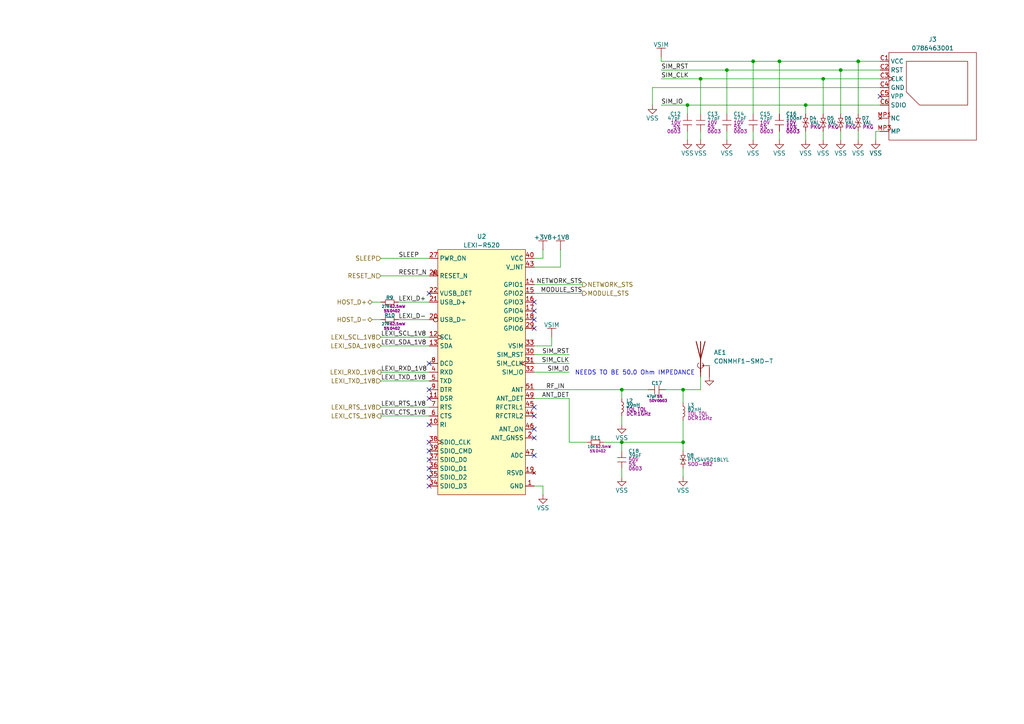
<source format=kicad_sch>
(kicad_sch (version 20231120) (generator "eeschema") (generator_version "8.0")
  (paper "A4")
  (title_block (title "Cellular Module") (date "2024-12-02") (rev "01") (comment 2 "PROTOTYPE") (comment 3 "2024"))
  (lib_symbols
    (symbol "DS-Power:+3V8" (power) (pin_numbers hide) (pin_names (offset 0) hide)
      (property "Value" "+3V8" (at 0 3.556 0))
      (symbol "+3V8_0_1"
        (polyline (pts (xy -1.27 2.54) (xy 0 2.54)))
        (polyline (pts (xy 0 0) (xy 0 2.54)))
        (polyline (pts (xy 0 2.54) (xy 1.27 2.54)))
      )
      (symbol "+3V8_1_1"
        (pin power_in line (at 0 0 90) (length 0) (name "~") (number "1"))
      )
    )
    (symbol "DS-Power:VSIM" (power) (pin_numbers hide) (pin_names (offset 0) hide)
      (property "Value" "VSIM" (at 0 3.556 0))
      (symbol "VSIM_0_1"
        (polyline (pts (xy -1.27 2.54) (xy 0 2.54)))
        (polyline (pts (xy 0 0) (xy 0 2.54)))
        (polyline (pts (xy 0 2.54) (xy 1.27 2.54)))
      )
      (symbol "VSIM_1_1"
        (pin power_in line (at 0 0 90) (length 0) (name "~") (number "1"))
      )
    )
    (symbol "lib_sch:+1V8" (power) (pin_numbers hide) (pin_names (offset 0) hide)
      (property "Value" "+1V8" (at 0 3.556 0))
      (symbol "+1V8_0_1"
        (polyline (pts (xy -1.27 2.54) (xy 0 2.54)))
        (polyline (pts (xy 0 0) (xy 0 2.54)))
        (polyline (pts (xy 0 2.54) (xy 1.27 2.54)))
      )
      (symbol "+1V8_1_1"
        (pin power_in line (at 0 0 90) (length 0) (name "~") (number "1"))
      )
    )
    (symbol "lib_sch:Antenna_Shield" (pin_numbers hide) (pin_names (offset 1.016) hide)
      (property "Reference" "AE" (at -1.905 4.445 0))
      (property "Value" "Antenna_Shield" (at -1.905 2.54 0))
      (symbol "Antenna_Shield_0_1"
        (arc (start -0.508 -1.143) (mid -0.8429 -2.1194) (end 0 -2.667))
        (arc (start 0 -2.667) (mid 0.7989 -2.1052) (end 0.508 -1.143))
        (polyline (pts (xy 0 -2.54) (xy 0 0)))
        (polyline (pts (xy 0 5.08) (xy 0 -3.81)) (stroke (width 0.254)))
        (polyline (pts (xy 0.762 -1.905) (xy 2.54 -1.905)))
        (polyline (pts (xy 2.54 -2.54) (xy 2.54 -1.905)))
        (polyline (pts (xy 1.27 5.08) (xy 0 0) (xy -1.27 5.08)) (stroke (width 0.254)))
        (circle (center 0.762 -1.905) (radius 0.1778) (fill (type outline)))
      )
      (symbol "Antenna_Shield_1_1"
        (pin input line (at 0 -5.08 90) (length 2.54) (name "A") (number "1"))
        (pin input line (at 2.54 -5.08 90) (length 2.54) (name "Shield") (number "2"))
      )
    )
    (symbol "lib_sch:C" (pin_numbers hide) (pin_names hide)
      (property "Reference" "C?" (at 1.905 2.54 0))
      (property "Value" "CAP" (at 1.905 1.27 0))
      (property "Tolerance" "TOL" (at 1.905 -1.27 0))
      (property "Voltage Rating" "VOLTAGE" (at 1.905 0 0))
      (property "Package" "PKG" (at 1.905 -2.54 0))
      (symbol "C_0_1"
        (polyline (pts (xy -1.27 -0.635) (xy 1.27 -0.635)))
        (polyline (pts (xy -1.27 0.635) (xy 1.27 0.635)))
      )
      (symbol "C_1_1"
        (pin passive line (at 0 2.54 270) (length 1.905) (name "") (number "1"))
        (pin passive line (at 0 -2.54 90) (length 1.905) (name "") (number "2"))
      )
    )
    (symbol "lib_sch:C_horizontal"
      (property "Reference" "C?" (at 0 1.905 0))
      (property "Value" "CAP" (at 0 -1.905 0))
      (property "Tolerace" "TOL" (at 0 -1.905 0))
      (property "Voltage Rating" "VOLT" (at 0 -3.175 0))
      (property "Package" "PKG" (at 0 -3.175 0))
      (symbol "C_horizontal_0_1"
        (polyline (pts (xy -0.635 -1.27) (xy -0.635 1.27)))
        (polyline (pts (xy 0.635 -1.27) (xy 0.635 1.27)))
      )
      (symbol "C_horizontal_1_1"
        (pin passive line (at -2.54 0 0) (length 1.905) (name "") (number "1"))
        (pin passive line (at 2.54 0 180) (length 1.905) (name "") (number "2"))
      )
    )
    (symbol "lib_sch:D_TVS" (pin_numbers hide)
      (property "Reference" "D" (at 1.016 1.27 0))
      (property "Value" "VAL" (at 1.27 0 0))
      (property "Package" "PKG" (at 1.27 -1.27 0))
      (symbol "D_TVS_0_1"
        (polyline (pts (xy 0 0) (xy -0.635 0) (xy -0.889 0.254)))
        (polyline (pts (xy 0 0) (xy 0.635 0) (xy 0.889 -0.254)))
      )
      (symbol "D_TVS_1_0"
        (pin passive line (at 0 -2.54 90) (length 1.27) (name "") (number "1"))
        (pin passive line (at 0 2.54 270) (length 1.27) (name "") (number "2"))
      )
      (symbol "D_TVS_1_1"
        (polyline (pts (xy -0.635 -1.27) (xy 0.635 -1.27) (xy 0 0) (xy -0.635 -1.27)) (stroke (width 0.1524)))
        (polyline (pts (xy 0.635 1.27) (xy -0.635 1.27) (xy 0 0) (xy 0.635 1.27)) (stroke (width 0.1524)))
      )
    )
    (symbol "lib_sch:L" (pin_numbers hide) (pin_names hide)
      (property "Reference" "L?" (at 1.27 1.905 0))
      (property "Value" "VAL" (at 1.27 0.635 0))
      (property "Tolerance" "TOL" (at 1.27 -0.635 0))
      (property "Current Rating" "TOL" (at 4.445 -0.635 0))
      (property "DC Resistance" "DCR" (at 1.27 -1.905 0))
      (property "Resonant Frequency" "FRES" (at 4.445 -1.905 0))
      (symbol "L_0_1"
        (arc (start 0 -1.524) (mid 0.3592 -1.3752) (end 0.508 -1.016))
        (arc (start 0 -0.508) (mid 0.3592 -0.3592) (end 0.508 0))
        (arc (start 0 0.508) (mid 0.3592 0.6568) (end 0.508 1.016))
        (arc (start 0.508 -1.016) (mid 0.3592 -0.6568) (end 0 -0.508))
        (arc (start 0.508 0) (mid 0.3592 0.3592) (end 0 0.508))
        (arc (start 0.508 1.016) (mid 0.3592 1.3752) (end 0 1.524))
      )
      (symbol "L_1_0"
        (pin passive line (at 0 2.54 270) (length 1.016) (name "") (number "1"))
        (pin passive line (at 0 -2.54 90) (length 1.016) (name "") (number "2"))
      )
    )
    (symbol "lib_sch:LEXI-R520"
      (property "Reference" "U" (at 0 39.37 0))
      (property "Value" "LEXI-R520" (at 0 36.83 0))
      (symbol "LEXI-R520_0_0"
        (pin passive line (at 15.24 -33.02 180) (length 2.54) (name "GND") (number "1"))
        (pin output line (at -15.24 -15.24 0) (length 2.54) (name "RI") (number "10"))
        (pin bidirectional line (at -15.24 -7.62 0) (length 2.54) (name "DSR") (number "11"))
        (pin output clock (at -15.24 10.16 0) (length 2.54) (name "SCL") (number "12"))
        (pin bidirectional line (at -15.24 7.62 0) (length 2.54) (name "SDA") (number "13"))
        (pin bidirectional line (at 15.24 25.4 180) (length 2.54) (name "GPIO1") (number "14"))
        (pin bidirectional line (at 15.24 22.86 180) (length 2.54) (name "GPIO2") (number "15"))
        (pin bidirectional line (at 15.24 20.32 180) (length 2.54) (name "GPIO3") (number "16"))
        (pin bidirectional line (at 15.24 17.78 180) (length 2.54) (name "GPIO4") (number "17"))
        (pin bidirectional line (at 15.24 15.24 180) (length 2.54) (name "GPIO5") (number "18"))
        (pin no_connect line (at 15.24 -29.21 180) (length 2.54) (name "RSVD") (number "19"))
        (pin input line (at 15.24 -19.05 180) (length 2.54) (name "ANT_GNSS") (number "2"))
        (pin bidirectional inverted (at -15.24 15.24 0) (length 2.54) (name "USB_D-") (number "20"))
        (pin bidirectional line (at -15.24 20.32 0) (length 2.54) (name "USB_D+") (number "21"))
        (pin input line (at -15.24 33.02 0) (length 2.54) (name "PWR_ON") (number "27"))
        (pin input input_low (at -15.24 27.94 0) (length 2.54) (name "RESET_N") (number "28"))
        (pin bidirectional line (at 15.24 12.7 180) (length 2.54) (name "GPIO6") (number "29"))
        (pin output line (at 15.24 5.08 180) (length 2.54) (name "SIM_RST") (number "30"))
        (pin output clock (at 15.24 2.54 180) (length 2.54) (name "SIM_CLK") (number "31"))
        (pin bidirectional line (at 15.24 0 180) (length 2.54) (name "SIM_IO") (number "32"))
        (pin power_out line (at 15.24 7.62 180) (length 2.54) (name "VSIM") (number "33"))
        (pin bidirectional line (at -15.24 -33.02 0) (length 2.54) (name "SDIO_D3") (number "34"))
        (pin bidirectional line (at -15.24 -30.48 0) (length 2.54) (name "SDIO_D2") (number "35"))
        (pin bidirectional line (at -15.24 -27.94 0) (length 2.54) (name "SDIO_D1") (number "36"))
        (pin bidirectional line (at -15.24 -25.4 0) (length 2.54) (name "SDIO_D0") (number "37"))
        (pin output clock (at -15.24 -20.32 0) (length 2.54) (name "SDIO_CLK") (number "38"))
        (pin bidirectional line (at -15.24 -22.86 0) (length 2.54) (name "SDIO_CMD") (number "39"))
        (pin output line (at -15.24 0 0) (length 2.54) (name "RXD") (number "4"))
        (pin power_in line (at 15.24 33.02 180) (length 2.54) (name "VCC") (number "40"))
        (pin power_out line (at 15.24 30.48 180) (length 2.54) (name "V_INT") (number "43"))
        (pin output line (at 15.24 -12.7 180) (length 2.54) (name "RFCTRL2") (number "44"))
        (pin output line (at 15.24 -10.16 180) (length 2.54) (name "RFCTRL1") (number "45"))
        (pin output line (at 15.24 -16.51 180) (length 2.54) (name "ANT_ON") (number "46"))
        (pin input line (at 15.24 -24.13 180) (length 2.54) (name "ADC") (number "47"))
        (pin input line (at 15.24 -7.62 180) (length 2.54) (name "ANT_DET") (number "49"))
        (pin input line (at -15.24 -2.54 0) (length 2.54) (name "TXD") (number "5"))
        (pin bidirectional line (at 15.24 -5.08 180) (length 2.54) (name "ANT") (number "51"))
        (pin output line (at -15.24 -12.7 0) (length 2.54) (name "CTS") (number "6"))
        (pin input line (at -15.24 -10.16 0) (length 2.54) (name "RTS") (number "7"))
        (pin output line (at -15.24 2.54 0) (length 2.54) (name "DCD") (number "8"))
        (pin input line (at -15.24 -5.08 0) (length 2.54) (name "DTR") (number "9"))
      )
      (symbol "LEXI-R520_1_0"
        (pin passive line (at 15.24 -33.02 180) (length 2.54) hide (name "GND") (number "100"))
        (pin passive line (at 15.24 -33.02 180) (length 2.54) hide (name "GND") (number "101"))
        (pin passive line (at 15.24 -33.02 180) (length 2.54) hide (name "GND") (number "102"))
        (pin passive line (at 15.24 -33.02 180) (length 2.54) hide (name "GND") (number "103"))
        (pin passive line (at 15.24 -33.02 180) (length 2.54) hide (name "GND") (number "104"))
        (pin passive line (at 15.24 -33.02 180) (length 2.54) hide (name "GND") (number "105"))
        (pin passive line (at 15.24 -33.02 180) (length 2.54) hide (name "GND") (number "106"))
        (pin no_connect line (at 15.24 -29.21 180) (length 2.54) hide (name "RSVD") (number "107"))
        (pin no_connect line (at 15.24 -29.21 180) (length 2.54) hide (name "RSVD") (number "108"))
        (pin passive line (at 15.24 -33.02 180) (length 2.54) hide (name "GND") (number "109"))
        (pin passive line (at 15.24 -33.02 180) (length 2.54) hide (name "GND") (number "110"))
        (pin passive line (at 15.24 -33.02 180) (length 2.54) hide (name "GND") (number "111"))
        (pin passive line (at 15.24 -33.02 180) (length 2.54) hide (name "GND") (number "112"))
        (pin passive line (at 15.24 -33.02 180) (length 2.54) hide (name "GND") (number "113"))
        (pin passive line (at 15.24 -33.02 180) (length 2.54) hide (name "GND") (number "114"))
        (pin passive line (at 15.24 -33.02 180) (length 2.54) hide (name "GND") (number "115"))
        (pin passive line (at 15.24 -33.02 180) (length 2.54) hide (name "GND") (number "116"))
        (pin passive line (at 15.24 -33.02 180) (length 2.54) hide (name "GND") (number "117"))
        (pin passive line (at 15.24 -33.02 180) (length 2.54) hide (name "GND") (number "118"))
        (pin passive line (at 15.24 -33.02 180) (length 2.54) hide (name "GND") (number "119"))
        (pin passive line (at 15.24 -33.02 180) (length 2.54) hide (name "GND") (number "120"))
        (pin passive line (at 15.24 -33.02 180) (length 2.54) hide (name "GND") (number "121"))
        (pin passive line (at 15.24 -33.02 180) (length 2.54) hide (name "GND") (number "122"))
        (pin passive line (at 15.24 -33.02 180) (length 2.54) hide (name "GND") (number "123"))
        (pin passive line (at 15.24 -33.02 180) (length 2.54) hide (name "GND") (number "124"))
        (pin passive line (at 15.24 -33.02 180) (length 2.54) hide (name "GND") (number "125"))
        (pin passive line (at 15.24 -33.02 180) (length 2.54) hide (name "GND") (number "126"))
        (pin passive line (at 15.24 -33.02 180) (length 2.54) hide (name "GND") (number "127"))
        (pin passive line (at 15.24 -33.02 180) (length 2.54) hide (name "GND") (number "128"))
        (pin passive line (at 15.24 -33.02 180) (length 2.54) hide (name "GND") (number "129"))
        (pin passive line (at 15.24 -33.02 180) (length 2.54) hide (name "GND") (number "130"))
        (pin passive line (at 15.24 -33.02 180) (length 2.54) hide (name "GND") (number "131"))
        (pin passive line (at 15.24 -33.02 180) (length 2.54) hide (name "GND") (number "132"))
        (pin passive line (at 15.24 -33.02 180) (length 2.54) hide (name "GND") (number "133"))
        (pin input line (at -15.24 22.86 0) (length 2.54) (name "VUSB_DET") (number "22"))
        (pin no_connect line (at 15.24 -29.21 180) (length 2.54) hide (name "RSVD") (number "23"))
        (pin no_connect line (at 15.24 -29.21 180) (length 2.54) hide (name "RSVD") (number "24"))
        (pin no_connect line (at 15.24 -29.21 180) (length 2.54) hide (name "RSVD") (number "25"))
        (pin no_connect line (at 15.24 -29.21 180) (length 2.54) hide (name "RSVD") (number "26"))
        (pin passive line (at 15.24 -33.02 180) (length 2.54) hide (name "GND") (number "3"))
        (pin power_in line (at 15.24 33.02 180) (length 2.54) hide (name "VCC") (number "41"))
        (pin power_in line (at 15.24 33.02 180) (length 2.54) hide (name "VCC") (number "42"))
        (pin no_connect line (at 15.24 -29.21 180) (length 2.54) hide (name "RSVD") (number "48"))
        (pin passive line (at 15.24 -33.02 180) (length 2.54) hide (name "GND") (number "50"))
        (pin passive line (at 15.24 -33.02 180) (length 2.54) hide (name "GND") (number "52"))
        (pin passive line (at 15.24 -33.02 180) (length 2.54) hide (name "GND") (number "53"))
        (pin no_connect line (at 15.24 -29.21 180) (length 2.54) hide (name "RSVD") (number "54"))
        (pin no_connect line (at 15.24 -29.21 180) (length 2.54) hide (name "RSVD") (number "55"))
        (pin passive line (at 15.24 -33.02 180) (length 2.54) hide (name "GND") (number "56"))
        (pin passive line (at 15.24 -33.02 180) (length 2.54) hide (name "GND") (number "57"))
        (pin passive line (at 15.24 -33.02 180) (length 2.54) hide (name "GND") (number "58"))
        (pin passive line (at 15.24 -33.02 180) (length 2.54) hide (name "GND") (number "59"))
        (pin passive line (at 15.24 -33.02 180) (length 2.54) hide (name "GND") (number "60"))
        (pin passive line (at 15.24 -33.02 180) (length 2.54) hide (name "GND") (number "61"))
        (pin no_connect line (at 15.24 -29.21 180) (length 2.54) hide (name "RSVD") (number "62"))
        (pin no_connect line (at 15.24 -29.21 180) (length 2.54) hide (name "RSVD") (number "63"))
        (pin passive line (at 15.24 -33.02 180) (length 2.54) hide (name "GND") (number "64"))
        (pin passive line (at 15.24 -33.02 180) (length 2.54) hide (name "GND") (number "65"))
        (pin passive line (at 15.24 -33.02 180) (length 2.54) hide (name "GND") (number "66"))
        (pin passive line (at 15.24 -33.02 180) (length 2.54) hide (name "GND") (number "67"))
        (pin passive line (at 15.24 -33.02 180) (length 2.54) hide (name "GND") (number "68"))
        (pin passive line (at 15.24 -33.02 180) (length 2.54) hide (name "GND") (number "69"))
        (pin passive line (at 15.24 -33.02 180) (length 2.54) hide (name "GND") (number "70"))
        (pin no_connect line (at 15.24 -29.21 180) (length 2.54) hide (name "RSVD") (number "71"))
        (pin no_connect line (at 15.24 -29.21 180) (length 2.54) hide (name "RSVD") (number "72"))
        (pin passive line (at 15.24 -33.02 180) (length 2.54) hide (name "GND") (number "73"))
        (pin passive line (at 15.24 -33.02 180) (length 2.54) hide (name "GND") (number "74"))
        (pin passive line (at 15.24 -33.02 180) (length 2.54) hide (name "GND") (number "75"))
        (pin passive line (at 15.24 -33.02 180) (length 2.54) hide (name "GND") (number "76"))
        (pin passive line (at 15.24 -33.02 180) (length 2.54) hide (name "GND") (number "77"))
        (pin passive line (at 15.24 -33.02 180) (length 2.54) hide (name "GND") (number "78"))
        (pin passive line (at 15.24 -33.02 180) (length 2.54) hide (name "GND") (number "79"))
        (pin no_connect line (at 15.24 -29.21 180) (length 2.54) hide (name "RSVD") (number "80"))
        (pin no_connect line (at 15.24 -29.21 180) (length 2.54) hide (name "RSVD") (number "81"))
        (pin passive line (at 15.24 -33.02 180) (length 2.54) hide (name "GND") (number "82"))
        (pin passive line (at 15.24 -33.02 180) (length 2.54) hide (name "GND") (number "83"))
        (pin passive line (at 15.24 -33.02 180) (length 2.54) hide (name "GND") (number "84"))
        (pin passive line (at 15.24 -33.02 180) (length 2.54) hide (name "GND") (number "85"))
        (pin passive line (at 15.24 -33.02 180) (length 2.54) hide (name "GND") (number "86"))
        (pin passive line (at 15.24 -33.02 180) (length 2.54) hide (name "GND") (number "87"))
        (pin passive line (at 15.24 -33.02 180) (length 2.54) hide (name "GND") (number "88"))
        (pin no_connect line (at 15.24 -29.21 180) (length 2.54) hide (name "RSVD") (number "89"))
        (pin no_connect line (at 15.24 -29.21 180) (length 2.54) hide (name "RSVD") (number "90"))
        (pin passive line (at 15.24 -33.02 180) (length 2.54) hide (name "GND") (number "91"))
        (pin passive line (at 15.24 -33.02 180) (length 2.54) hide (name "GND") (number "92"))
        (pin passive line (at 15.24 -33.02 180) (length 2.54) hide (name "GND") (number "93"))
        (pin passive line (at 15.24 -33.02 180) (length 2.54) hide (name "GND") (number "94"))
        (pin passive line (at 15.24 -33.02 180) (length 2.54) hide (name "GND") (number "95"))
        (pin passive line (at 15.24 -33.02 180) (length 2.54) hide (name "GND") (number "96"))
        (pin passive line (at 15.24 -33.02 180) (length 2.54) hide (name "GND") (number "97"))
        (pin no_connect line (at 15.24 -29.21 180) (length 2.54) hide (name "RSVD") (number "98"))
        (pin no_connect line (at 15.24 -29.21 180) (length 2.54) hide (name "RSVD") (number "99"))
      )
      (symbol "LEXI-R520_1_1"
        (rectangle (start -12.7 35.56) (end 12.7 -35.56) (fill (type background)))
      )
    )
    (symbol "lib_sch:R_horizontal"
      (property "Reference" "R?" (at 0 1.27 0))
      (property "Value" "VAL" (at 0 -1.27 0))
      (property "Tolerance" "TOL" (at 0 -2.54 0))
      (property "Power Rating" "PWR" (at 0 -1.27 0))
      (property "Package" "PKG" (at 0 -2.54 0))
      (symbol "R_horizontal_0_1"
        (polyline (pts (xy -1.27 -0.635) (xy 1.27 -0.635) (xy 1.27 0.635) (xy -1.27 0.635) (xy -1.27 -0.635)))
      )
      (symbol "R_horizontal_1_1"
        (pin passive line (at -2.54 0 0) (length 1.27) (name "") (number "1"))
        (pin passive line (at 2.54 0 180) (length 1.27) (name "") (number "2"))
      )
    )
    (symbol "lib_sch:SIM_Card"
      (property "Reference" "J" (at 0 16.51 0))
      (property "Value" "VAL" (at 0 13.97 0))
      (symbol "SIM_Card_0_0"
        (pin power_in line (at 15.24 10.16 180) (length 2.54) (name "VCC") (number "C1"))
        (pin input line (at 15.24 7.62 180) (length 2.54) (name "RST") (number "C2"))
        (pin input clock (at 15.24 5.08 180) (length 2.54) (name "CLK") (number "C3"))
        (pin passive line (at 15.24 2.54 180) (length 2.54) (name "GND") (number "C4"))
        (pin power_in line (at 15.24 0 180) (length 2.54) (name "VPP") (number "C5"))
        (pin bidirectional line (at 15.24 -2.54 180) (length 2.54) (name "SDIO") (number "C6"))
        (pin no_connect line (at 15.24 -6.35 180) (length 2.54) (name "NC") (number "MP1"))
        (pin passive line (at 15.24 -10.16 180) (length 2.54) (name "MP") (number "MP3"))
      )
      (symbol "SIM_Card_0_1"
        (polyline (pts (xy -10.16 10.16) (xy 7.62 10.16) (xy 7.62 1.27) (xy 3.81 -2.54) (xy -10.16 -2.54) (xy -10.16 10.16)))
        (rectangle (start 12.7 12.7) (end -12.7 -12.7))
      )
      (symbol "SIM_Card_1_0"
        (pin no_connect line (at 15.24 -6.35 180) (length 2.54) hide (name "NC") (number "MP2"))
        (pin passive line (at 15.24 -10.16 180) (length 2.54) hide (name "MP") (number "MP4"))
        (pin passive line (at 15.24 -10.16 180) (length 2.54) hide (name "MP") (number "MP5"))
        (pin passive line (at 15.24 -10.16 180) (length 2.54) hide (name "MP") (number "MP6"))
        (pin passive line (at 15.24 -10.16 180) (length 2.54) hide (name "MP") (number "MP7"))
        (pin passive line (at 15.24 -10.16 180) (length 2.54) hide (name "MP") (number "MP8"))
      )
    )
    (symbol "lib_sch:VSS" (power) (pin_numbers hide) (pin_names (offset 0) hide)
      (property "Value" "VSS" (at 0 -3.81 0))
      (symbol "VSS_0_1"
        (polyline (pts (xy 0 0) (xy 0 -1.27) (xy 1.27 -1.27) (xy 0 -2.54) (xy -1.27 -1.27) (xy 0 -1.27)))
      )
      (symbol "VSS_1_1"
        (pin power_in line (at 0 0 270) (length 0) (name "~") (number "1"))
      )
    )
  )
  (junction (at 218.44 17.78))
  (junction (at 243.84 20.32))
  (junction (at 198.12 113.03))
  (junction (at 203.2 22.86))
  (junction (at 210.82 20.32))
  (junction (at 180.34 113.03))
  (junction (at 199.39 30.48))
  (junction (at 226.06 17.78))
  (junction (at 233.68 30.48))
  (junction (at 248.92 17.78))
  (junction (at 198.12 128.27))
  (junction (at 180.34 128.27))
  (junction (at 238.76 22.86))
  (no_connect (at 124.46 85.09))
  (no_connect (at 255.27 27.94))
  (no_connect (at 124.46 135.89))
  (no_connect (at 154.94 127))
  (no_connect (at 124.46 133.35))
  (no_connect (at 154.94 132.08))
  (no_connect (at 154.94 92.71))
  (no_connect (at 154.94 90.17))
  (no_connect (at 124.46 123.19))
  (no_connect (at 154.94 87.63))
  (no_connect (at 124.46 138.43))
  (no_connect (at 124.46 130.81))
  (no_connect (at 124.46 105.41))
  (no_connect (at 154.94 120.65))
  (no_connect (at 154.94 118.11))
  (no_connect (at 124.46 128.27))
  (no_connect (at 124.46 113.03))
  (no_connect (at 154.94 95.25))
  (no_connect (at 154.94 124.46))
  (no_connect (at 124.46 115.57))
  (no_connect (at 124.46 140.97))
  (wire (pts (xy 226.06 17.78) (xy 248.92 17.78)))
  (wire (pts (xy 110.49 110.49) (xy 124.46 110.49)))
  (wire (pts (xy 154.94 85.09) (xy 168.91 85.09)))
  (wire (pts (xy 189.23 30.48) (xy 189.23 25.4)))
  (wire (pts (xy 238.76 38.1) (xy 238.76 40.64)))
  (wire (pts (xy 233.68 30.48) (xy 233.68 33.02)))
  (wire (pts (xy 238.76 22.86) (xy 238.76 33.02)))
  (wire (pts (xy 191.77 30.48) (xy 199.39 30.48)))
  (wire (pts (xy 180.34 135.89) (xy 180.34 138.43)))
  (wire (pts (xy 180.34 113.03) (xy 180.34 115.57)))
  (wire (pts (xy 210.82 38.1) (xy 210.82 40.64)))
  (wire (pts (xy 218.44 17.78) (xy 218.44 33.02)))
  (wire (pts (xy 248.92 17.78) (xy 255.27 17.78)))
  (wire (pts (xy 115.57 92.71) (xy 124.46 92.71)))
  (wire (pts (xy 154.94 100.33) (xy 160.02 100.33)))
  (wire (pts (xy 165.1 128.27) (xy 170.18 128.27)))
  (wire (pts (xy 110.49 118.11) (xy 124.46 118.11)))
  (wire (pts (xy 198.12 128.27) (xy 198.12 121.92)))
  (wire (pts (xy 165.1 115.57) (xy 165.1 128.27)))
  (wire (pts (xy 191.77 17.78) (xy 218.44 17.78)))
  (wire (pts (xy 157.48 74.93) (xy 154.94 74.93)))
  (wire (pts (xy 180.34 128.27) (xy 175.26 128.27)))
  (wire (pts (xy 160.02 97.79) (xy 160.02 100.33)))
  (wire (pts (xy 110.49 97.79) (xy 124.46 97.79)))
  (wire (pts (xy 255.27 38.1) (xy 254 38.1)))
  (wire (pts (xy 191.77 20.32) (xy 210.82 20.32)))
  (wire (pts (xy 210.82 20.32) (xy 210.82 33.02)))
  (wire (pts (xy 191.77 16.51) (xy 191.77 17.78)))
  (wire (pts (xy 180.34 130.81) (xy 180.34 128.27)))
  (wire (pts (xy 203.2 109.22) (xy 203.2 113.03)))
  (wire (pts (xy 203.2 22.86) (xy 203.2 33.02)))
  (wire (pts (xy 238.76 22.86) (xy 255.27 22.86)))
  (wire (pts (xy 154.94 82.55) (xy 168.91 82.55)))
  (wire (pts (xy 199.39 30.48) (xy 233.68 30.48)))
  (wire (pts (xy 154.94 102.87) (xy 165.1 102.87)))
  (wire (pts (xy 193.04 113.03) (xy 198.12 113.03)))
  (wire (pts (xy 243.84 20.32) (xy 255.27 20.32)))
  (wire (pts (xy 180.34 120.65) (xy 180.34 123.19)))
  (wire (pts (xy 154.94 140.97) (xy 157.48 140.97)))
  (wire (pts (xy 243.84 38.1) (xy 243.84 40.64)))
  (wire (pts (xy 162.56 72.39) (xy 162.56 77.47)))
  (wire (pts (xy 110.49 100.33) (xy 124.46 100.33)))
  (wire (pts (xy 243.84 20.32) (xy 243.84 33.02)))
  (wire (pts (xy 110.49 74.93) (xy 124.46 74.93)))
  (wire (pts (xy 226.06 38.1) (xy 226.06 40.64)))
  (wire (pts (xy 233.68 30.48) (xy 255.27 30.48)))
  (wire (pts (xy 154.94 113.03) (xy 180.34 113.03)))
  (wire (pts (xy 154.94 115.57) (xy 165.1 115.57)))
  (wire (pts (xy 198.12 116.84) (xy 198.12 113.03)))
  (wire (pts (xy 198.12 135.89) (xy 198.12 138.43)))
  (wire (pts (xy 115.57 87.63) (xy 124.46 87.63)))
  (wire (pts (xy 154.94 107.95) (xy 165.1 107.95)))
  (wire (pts (xy 110.49 87.63) (xy 107.95 87.63)))
  (wire (pts (xy 198.12 128.27) (xy 198.12 130.81)))
  (wire (pts (xy 203.2 113.03) (xy 198.12 113.03)))
  (wire (pts (xy 248.92 38.1) (xy 248.92 40.64)))
  (wire (pts (xy 248.92 17.78) (xy 248.92 33.02)))
  (wire (pts (xy 157.48 140.97) (xy 157.48 143.51)))
  (wire (pts (xy 110.49 107.95) (xy 124.46 107.95)))
  (wire (pts (xy 233.68 38.1) (xy 233.68 40.64)))
  (wire (pts (xy 199.39 38.1) (xy 199.39 40.64)))
  (wire (pts (xy 110.49 80.01) (xy 124.46 80.01)))
  (wire (pts (xy 110.49 120.65) (xy 124.46 120.65)))
  (wire (pts (xy 210.82 20.32) (xy 243.84 20.32)))
  (wire (pts (xy 226.06 17.78) (xy 226.06 33.02)))
  (wire (pts (xy 218.44 17.78) (xy 226.06 17.78)))
  (wire (pts (xy 187.96 113.03) (xy 180.34 113.03)))
  (wire (pts (xy 203.2 38.1) (xy 203.2 40.64)))
  (wire (pts (xy 162.56 77.47) (xy 154.94 77.47)))
  (wire (pts (xy 199.39 30.48) (xy 199.39 33.02)))
  (wire (pts (xy 203.2 22.86) (xy 238.76 22.86)))
  (wire (pts (xy 189.23 25.4) (xy 255.27 25.4)))
  (wire (pts (xy 218.44 38.1) (xy 218.44 40.64)))
  (wire (pts (xy 191.77 22.86) (xy 203.2 22.86)))
  (wire (pts (xy 110.49 92.71) (xy 107.95 92.71)))
  (wire (pts (xy 254 38.1) (xy 254 40.64)))
  (wire (pts (xy 154.94 105.41) (xy 165.1 105.41)))
  (wire (pts (xy 180.34 128.27) (xy 198.12 128.27)))
  (wire (pts (xy 157.48 72.39) (xy 157.48 74.93)))
  (text "NEEDS TO BE 50.0 Ohm IMPEDANCE" (at 184.15 108.204 0) (effects (font (size 1.27 1.27))))
  (label "SIM_IO" (at 191.77 30.48 0))
  (label "LEXI_RXD_1V8" (at 110.49 107.95 0))
  (label "RF_IN" (at 163.83 113.03 180))
  (label "MODULE_STS" (at 168.91 85.09 180))
  (label "SLEEP" (at 115.57 74.93 0))
  (label "LEXI_SCL_1V8" (at 110.49 97.79 0))
  (label "SIM_RST" (at 165.1 102.87 180))
  (label "LEXI_CTS_1V8" (at 110.49 120.65 0))
  (label "SIM_RST" (at 191.77 20.32 0))
  (label "SIM_CLK" (at 165.1 105.41 180))
  (label "ANT_DET" (at 165.1 115.57 180))
  (label "SIM_IO" (at 165.1 107.95 180))
  (label "SIM_CLK" (at 191.77 22.86 0))
  (label "LEXI_SDA_1V8" (at 110.49 100.33 0))
  (label "LEXI_D+" (at 115.57 87.63 0))
  (label "LEXI_D-" (at 115.57 92.71 0))
  (label "NETWORK_STS" (at 168.91 82.55 180))
  (label "LEXI_TXD_1V8" (at 110.49 110.49 0))
  (label "RESET_N" (at 115.57 80.01 0))
  (label "LEXI_RTS_1V8" (at 110.49 118.11 0))
  (hierarchical_label "NETWORK_STS" (shape output) (at 168.91 82.55 0))
  (hierarchical_label "LEXI_RTS_1V8" (shape input) (at 110.49 118.11 180))
  (hierarchical_label "SLEEP" (shape input) (at 110.49 74.93 180))
  (hierarchical_label "RESET_N" (shape input) (at 110.49 80.01 180))
  (hierarchical_label "LEXI_SCL_1V8" (shape input) (at 110.49 97.79 180))
  (hierarchical_label "LEXI_RXD_1V8" (shape output) (at 110.49 107.95 180))
  (hierarchical_label "LEXI_SDA_1V8" (shape bidirectional) (at 110.49 100.33 180))
  (hierarchical_label "LEXI_CTS_1V8" (shape output) (at 110.49 120.65 180))
  (hierarchical_label "HOST_D-" (shape bidirectional) (at 107.95 92.71 180))
  (hierarchical_label "HOST_D+" (shape bidirectional) (at 107.95 87.63 180))
  (hierarchical_label "LEXI_TXD_1V8" (shape input) (at 110.49 110.49 180))
  (hierarchical_label "MODULE_STS" (shape output) (at 168.91 85.09 0))
  (symbol (lib_id "DS-Power:VSIM") (at 191.77 16.51 0) (unit 1)
    (property "Reference" "#PWR021" (effects (hide yes)))
    (property "Value" "VSIM" (at 191.77 12.954 0))
  )
  (symbol (lib_id "lib_sch:SIM_Card") (at 270.51 27.94 0) (mirror y) (unit 1)
    (property "Reference" "J3" (at 270.51 11.43 0))
    (property "Value" "0786463001" (at 270.51 13.97 0))
    (property "Datasheet" "datasheets/Molex-786463001.pdf" (effects (hide yes)))
    (property "Description" "CONN MICRO SIM CARD PUSH-PULL" (effects (hide yes)))
    (property "Manufacturer" "Molex" (effects (hide yes)))
    (property "MPN" "0786463001" (effects (hide yes)))
    (property "DKPN" "WM9364CT-ND" (effects (hide yes)))
  )
  (symbol (lib_id "lib_sch:C") (at 180.34 133.35 0) (unit 1)
    (property "Reference" "C18" (at 182.245 130.81 0) (effects (font (size 1.016 1.016)) (justify left)))
    (property "Value" "39pF" (at 182.245 132.08 0) (effects (font (size 1.016 1.016)) (justify left)))
    (property "Footprint" "lib_fp:MLCC0603" (effects (hide yes)))
    (property "Datasheet" "datasheets/Kyocera-AVX-MLCCKAM.pdf" (effects (hide yes)))
    (property "Description" "CAP CER 39PF 50V NP0 0603" (effects (hide yes)))
    (property "Manufacturer" "KYOCERA AVX" (effects (hide yes)))
    (property "MPN" "KAM15ACG1H390JT" (effects (hide yes)))
    (property "DKPN" "478-KAM15ACG1H390JTCT-ND" (effects (hide yes)))
    (property "Tolerance" "5%" (at 182.245 134.62 0) (effects (font (size 1.016 1.016)) (justify left)))
    (property "Voltage Rating" "50V" (at 182.245 133.35 0) (effects (font (size 1.016 1.016)) (justify left)))
    (property "Package" "0603" (at 182.245 135.89 0) (effects (font (size 1.016 1.016)) (justify left)))
  )
  (symbol (lib_id "lib_sch:VSS") (at 218.44 40.64 0) (unit 1)
    (property "Reference" "#PWR043" (effects (hide yes)))
    (property "Value" "VSS" (at 218.44 44.45 0))
  )
  (symbol (lib_id "lib_sch:R_horizontal") (at 113.03 92.71 0) (unit 1)
    (property "Reference" "R10" (at 113.03 91.44 0) (effects (font (size 1.016 1.016))))
    (property "Value" "27R" (at 113.03 93.98 0) (effects (font (size 0.762 0.762)) (justify right)))
    (property "Footprint" "lib_fp:CRCW0402" (effects (hide yes)))
    (property "Datasheet" "datasheets/Vishay-Dale-DRCWe3.pdf" (effects (hide yes)))
    (property "Description" "RES SMD 27 OHM 5% 1/16W 0402" (effects (hide yes)))
    (property "Manufacturer" "Vishay Dale" (effects (hide yes)))
    (property "MPN" "CRCW040227R0JNED" (effects (hide yes)))
    (property "DKPN" "541-27JCT-ND" (effects (hide yes)))
    (property "Tolerance" "5%" (at 113.03 95.25 0) (effects (font (size 0.762 0.762)) (justify right)))
    (property "Power Rating" "62.5mW" (at 113.03 93.98 0) (effects (font (size 0.762 0.762)) (justify left)))
    (property "Package" "0402" (at 113.03 95.25 0) (effects (font (size 0.762 0.762)) (justify left)))
  )
  (symbol (lib_id "lib_sch:VSS") (at 203.2 40.64 0) (unit 1)
    (property "Reference" "#PWR041" (effects (hide yes)))
    (property "Value" "VSS" (at 203.2 44.45 0))
  )
  (symbol (lib_id "lib_sch:L") (at 198.12 119.38 0) (unit 1)
    (property "Reference" "L3" (at 199.39 117.475 0) (effects (font (size 1.016 1.016)) (justify left)))
    (property "Value" "82nH" (at 199.39 118.745 0) (effects (font (size 1.016 1.016)) (justify left)))
    (property "Tolerance" "TOL" (at 199.39 120.015 0) (effects (font (size 1.016 1.016)) (justify left)))
    (property "Current Rating" "TOL" (at 202.565 120.015 0) (effects (font (size 1.016 1.016)) (justify left)))
    (property "DC Resistance" "DCR" (at 199.39 121.285 0) (effects (font (size 1.016 1.016)) (justify left)))
    (property "Resonant Frequency" "1GHz" (at 202.565 121.285 0) (effects (font (size 1.016 1.016)) (justify left)))
  )
  (symbol (lib_id "lib_sch:C") (at 199.39 35.56 0) (mirror y) (unit 1)
    (property "Reference" "C12" (at 197.485 33.02 0) (effects (font (size 1.016 1.016)) (justify left)))
    (property "Value" "47pF" (at 197.485 34.29 0) (effects (font (size 1.016 1.016)) (justify left)))
    (property "Footprint" "lib_fp:MLCC0603" (effects (hide yes)))
    (property "Datasheet" "datasheets/Kyocera-AVX-MLCCKAM.pdf" (effects (hide yes)))
    (property "Description" "CAP CER 47PF 50V X7R 0603" (effects (hide yes)))
    (property "Manufacturer" "KYOCERA AVX" (effects (hide yes)))
    (property "MPN" "06035C470JAT2A" (effects (hide yes)))
    (property "DKPN" "478-06035C470JAT2ACT-ND" (effects (hide yes)))
    (property "Tolerance" "5%" (at 197.485 36.83 0) (effects (font (size 1.016 1.016)) (justify left)))
    (property "Voltage Rating" "10V" (at 197.485 35.56 0) (effects (font (size 1.016 1.016)) (justify left)))
    (property "Package" "0603" (at 197.485 38.1 0) (effects (font (size 1.016 1.016)) (justify left)))
  )
  (symbol (lib_id "lib_sch:VSS") (at 226.06 40.64 0) (unit 1)
    (property "Reference" "#PWR044" (effects (hide yes)))
    (property "Value" "VSS" (at 226.06 44.45 0))
  )
  (symbol (lib_id "lib_sch:VSS") (at 157.48 143.51 0) (unit 1)
    (property "Reference" "#PWR01" (effects (hide yes)))
    (property "Value" "VSS" (at 157.48 147.32 0))
  )
  (symbol (lib_id "lib_sch:C") (at 218.44 35.56 0) (unit 1)
    (property "Reference" "C15" (at 220.345 33.02 0) (effects (font (size 1.016 1.016)) (justify left)))
    (property "Value" "47pF" (at 220.345 34.29 0) (effects (font (size 1.016 1.016)) (justify left)))
    (property "Footprint" "lib_fp:MLCC0603" (effects (hide yes)))
    (property "Datasheet" "datasheets/Kyocera-AVX-MLCCKAM.pdf" (effects (hide yes)))
    (property "Description" "CAP CER 47PF 50V X7R 0603" (effects (hide yes)))
    (property "Manufacturer" "KYOCERA AVX" (effects (hide yes)))
    (property "MPN" "06035C470JAT2A" (effects (hide yes)))
    (property "DKPN" "478-06035C470JAT2ACT-ND" (effects (hide yes)))
    (property "Tolerance" "5%" (at 220.345 36.83 0) (effects (font (size 1.016 1.016)) (justify left)))
    (property "Voltage Rating" "10V" (at 220.345 35.56 0) (effects (font (size 1.016 1.016)) (justify left)))
    (property "Package" "0603" (at 220.345 38.1 0) (effects (font (size 1.016 1.016)) (justify left)))
  )
  (symbol (lib_id "lib_sch:D_TVS") (at 198.12 133.35 0) (unit 1)
    (property "Reference" "D8" (at 199.136 132.08 0) (effects (font (size 1.016 1.016)) (justify left)))
    (property "Value" "PTVS4V5D1BLYL" (at 199.39 133.35 0) (effects (font (size 1.016 1.016)) (justify left)))
    (property "Footprint" "lib_fp:SOD882" (effects (hide yes)))
    (property "Datasheet" "datasheets/Nexperia-PTVS4V5D1BL.pdf" (effects (hide yes)))
    (property "Description" "TVS DIODE 4.5VWM 13.2VC 2DFN" (effects (hide yes)))
    (property "Manufacturer" "Nexperia USA Inc." (effects (hide yes)))
    (property "MPN" "PTVS4V5D1BLYL" (effects (hide yes)))
    (property "DKPN" "1727-7415-1-ND" (effects (hide yes)))
    (property "Package" "SOD-882" (at 199.39 134.62 0) (effects (font (size 1.016 1.016)) (justify left)))
  )
  (symbol (lib_id "lib_sch:VSS") (at 205.74 109.22 0) (unit 1)
    (property "Reference" "#PWR024" (effects (hide yes)))
    (property "Value" "VSS" (effects (hide yes)))
  )
  (symbol (lib_id "lib_sch:VSS") (at 189.23 30.48 0) (unit 1)
    (property "Reference" "#PWR023" (effects (hide yes)))
    (property "Value" "VSS" (at 189.23 34.29 0))
  )
  (symbol (lib_id "lib_sch:VSS") (at 254 40.64 0) (unit 1)
    (property "Reference" "#PWR022" (effects (hide yes)))
    (property "Value" "VSS" (at 254 44.45 0))
  )
  (symbol (lib_id "lib_sch:VSS") (at 243.84 40.64 0) (unit 1)
    (property "Reference" "#PWR047" (effects (hide yes)))
    (property "Value" "VSS" (at 243.84 44.45 0))
  )
  (symbol (lib_id "lib_sch:VSS") (at 248.92 40.64 0) (unit 1)
    (property "Reference" "#PWR048" (effects (hide yes)))
    (property "Value" "VSS" (at 248.92 44.45 0))
  )
  (symbol (lib_id "lib_sch:R_horizontal") (at 113.03 87.63 0) (unit 1)
    (property "Reference" "R9" (at 113.03 86.36 0) (effects (font (size 1.016 1.016))))
    (property "Value" "27R" (at 113.03 88.9 0) (effects (font (size 0.762 0.762)) (justify right)))
    (property "Footprint" "lib_fp:CRCW0402" (effects (hide yes)))
    (property "Datasheet" "datasheets/Vishay-Dale-DRCWe3.pdf" (effects (hide yes)))
    (property "Description" "RES SMD 27 OHM 5% 1/16W 0402" (effects (hide yes)))
    (property "Manufacturer" "Vishay Dale" (effects (hide yes)))
    (property "MPN" "CRCW040227R0JNED" (effects (hide yes)))
    (property "DKPN" "541-27JCT-ND" (effects (hide yes)))
    (property "Tolerance" "5%" (at 113.03 90.17 0) (effects (font (size 0.762 0.762)) (justify right)))
    (property "Power Rating" "62.5mW" (at 113.03 88.9 0) (effects (font (size 0.762 0.762)) (justify left)))
    (property "Package" "0402" (at 113.03 90.17 0) (effects (font (size 0.762 0.762)) (justify left)))
  )
  (symbol (lib_id "lib_sch:VSS") (at 238.76 40.64 0) (unit 1)
    (property "Reference" "#PWR046" (effects (hide yes)))
    (property "Value" "VSS" (at 238.76 44.45 0))
  )
  (symbol (lib_id "lib_sch:LEXI-R520") (at 139.7 107.95 0) (unit 1)
    (property "Reference" "U2" (at 139.7 68.58 0))
    (property "Value" "LEXI-R520" (at 139.7 71.12 0))
    (property "Description" "LTE-M AND NB-IOT GLOBAL MODULE U" (effects (hide yes)))
    (property "Manufacturer" "u-blox" (effects (hide yes)))
    (property "MPN" "LEXI-R520-02B" (effects (hide yes)))
    (property "DKPN" "672-LEXI-R520-02BCT-ND" (effects (hide yes)))
  )
  (symbol (lib_id "lib_sch:L") (at 180.34 118.11 0) (unit 1)
    (property "Reference" "L2" (at 181.61 116.205 0) (effects (font (size 1.016 1.016)) (justify left)))
    (property "Value" "39nH" (at 181.61 117.475 0) (effects (font (size 1.016 1.016)) (justify left)))
    (property "Tolerance" "TOL" (at 181.61 118.745 0) (effects (font (size 1.016 1.016)) (justify left)))
    (property "Current Rating" "TOL" (at 184.785 118.745 0) (effects (font (size 1.016 1.016)) (justify left)))
    (property "DC Resistance" "DCR" (at 181.61 120.015 0) (effects (font (size 1.016 1.016)) (justify left)))
    (property "Resonant Frequency" "1GHz" (at 184.785 120.015 0) (effects (font (size 1.016 1.016)) (justify left)))
  )
  (symbol (lib_id "DS-Power:+3V8") (at 157.48 72.39 0) (unit 1)
    (property "Reference" "#PWR025" (effects (hide yes)))
    (property "Value" "+3V8" (at 157.48 68.834 0))
  )
  (symbol (lib_id "lib_sch:D_TVS") (at 238.76 35.56 0) (unit 1)
    (property "Reference" "D5" (at 239.776 34.29 0) (effects (font (size 1.016 1.016)) (justify left)))
    (property "Value" "VAL" (at 240.03 35.56 0) (effects (font (size 1.016 1.016)) (justify left)))
    (property "Footprint" "lib_fp:SOD882" (effects (hide yes)))
    (property "Datasheet" "datasheets/Nexperia-PTVS4V5D1BL.pdf" (effects (hide yes)))
    (property "Description" "TVS DIODE 4.5VWM 13.2VC 2DFN" (effects (hide yes)))
    (property "Manufacturer" "Nexperia USA Inc." (effects (hide yes)))
    (property "MPN" "PTVS4V5D1BLYL" (effects (hide yes)))
    (property "DKPN" "1727-7415-1-ND" (effects (hide yes)))
    (property "Package" "PKG" (at 240.03 36.83 0) (effects (font (size 1.016 1.016)) (justify left)))
  )
  (symbol (lib_id "lib_sch:VSS") (at 233.68 40.64 0) (unit 1)
    (property "Reference" "#PWR045" (effects (hide yes)))
    (property "Value" "VSS" (at 233.68 44.45 0))
  )
  (symbol (lib_id "lib_sch:C_horizontal") (at 190.5 113.03 0) (unit 1)
    (property "Reference" "C17" (at 190.5 111.125 0) (effects (font (size 1.016 1.016))))
    (property "Value" "47pF" (at 190.5 114.935 0) (effects (font (size 0.762 0.762)) (justify right)))
    (property "Footprint" "lib_fp:MLCC0603" (effects (hide yes)))
    (property "Datasheet" "datasheets/Kyocera-AVX-MLCCKAM.pdf" (effects (hide yes)))
    (property "Description" "CAP CER 47PF 50V X7R 0603" (effects (hide yes)))
    (property "Manufacturer" "KYOCERA AVX" (effects (hide yes)))
    (property "MPN" "06035C470JAT2A" (effects (hide yes)))
    (property "DKPN" "478-06035C470JAT2ACT-ND" (effects (hide yes)))
    (property "Tolerace" "5%" (at 190.5 114.935 0) (effects (font (size 0.762 0.762)) (justify left)))
    (property "Voltage Rating" "50V" (at 190.5 116.205 0) (effects (font (size 0.762 0.762)) (justify right)))
    (property "Package" "0603" (at 190.5 116.205 0) (effects (font (size 0.762 0.762)) (justify left)))
  )
  (symbol (lib_id "lib_sch:D_TVS") (at 243.84 35.56 0) (unit 1)
    (property "Reference" "D6" (at 244.856 34.29 0) (effects (font (size 1.016 1.016)) (justify left)))
    (property "Value" "VAL" (at 245.11 35.56 0) (effects (font (size 1.016 1.016)) (justify left)))
    (property "Footprint" "lib_fp:SOD882" (effects (hide yes)))
    (property "Datasheet" "datasheets/Nexperia-PTVS4V5D1BL.pdf" (effects (hide yes)))
    (property "Description" "TVS DIODE 4.5VWM 13.2VC 2DFN" (effects (hide yes)))
    (property "Manufacturer" "Nexperia USA Inc." (effects (hide yes)))
    (property "MPN" "PTVS4V5D1BLYL" (effects (hide yes)))
    (property "DKPN" "1727-7415-1-ND" (effects (hide yes)))
    (property "Package" "PKG" (at 245.11 36.83 0) (effects (font (size 1.016 1.016)) (justify left)))
  )
  (symbol (lib_id "DS-Power:VSIM") (at 160.02 97.79 0) (unit 1)
    (property "Reference" "#PWR020" (effects (hide yes)))
    (property "Value" "VSIM" (at 160.02 94.234 0))
  )
  (symbol (lib_id "lib_sch:VSS") (at 210.82 40.64 0) (unit 1)
    (property "Reference" "#PWR042" (effects (hide yes)))
    (property "Value" "VSS" (at 210.82 44.45 0))
  )
  (symbol (lib_id "lib_sch:VSS") (at 180.34 138.43 0) (unit 1)
    (property "Reference" "#PWR032" (effects (hide yes)))
    (property "Value" "VSS" (at 180.34 142.24 0))
  )
  (symbol (lib_id "lib_sch:D_TVS") (at 248.92 35.56 0) (unit 1)
    (property "Reference" "D7" (at 249.936 34.29 0) (effects (font (size 1.016 1.016)) (justify left)))
    (property "Value" "VAL" (at 250.19 35.56 0) (effects (font (size 1.016 1.016)) (justify left)))
    (property "Footprint" "lib_fp:SOD882" (effects (hide yes)))
    (property "Datasheet" "datasheets/Nexperia-PTVS4V5D1BL.pdf" (effects (hide yes)))
    (property "Description" "TVS DIODE 4.5VWM 13.2VC 2DFN" (effects (hide yes)))
    (property "Manufacturer" "Nexperia USA Inc." (effects (hide yes)))
    (property "MPN" "PTVS4V5D1BLYL" (effects (hide yes)))
    (property "DKPN" "1727-7415-1-ND" (effects (hide yes)))
    (property "Package" "PKG" (at 250.19 36.83 0) (effects (font (size 1.016 1.016)) (justify left)))
  )
  (symbol (lib_id "lib_sch:VSS") (at 180.34 123.19 0) (unit 1)
    (property "Reference" "#PWR026" (effects (hide yes)))
    (property "Value" "VSS" (at 180.34 127 0))
  )
  (symbol (lib_id "lib_sch:Antenna_Shield") (at 203.2 104.14 0) (unit 1)
    (property "Reference" "AE1" (at 207.01 102.2349 0) (effects (justify left)))
    (property "Value" "CONMHF1-SMD-T" (at 207.01 104.7749 0) (effects (justify left)))
    (property "Footprint" "lib_fp:CONMHF1" (effects (hide yes)))
    (property "Datasheet" "datasheets/TE-Connectivity-Linx-CONMHF1-SMD.pdf" (effects (hide yes)))
    (property "Description" "CONN UMC JACK STR SMD" (effects (hide yes)))
    (property "Manufacturer" "TE Connectivity Linx" (effects (hide yes)))
    (property "MPN" "CONMHF1-SMD-T" (effects (hide yes)))
    (property "DKPN" "343-CONMHF1-SMD-TCT-ND" (effects (hide yes)))
  )
  (symbol (lib_id "lib_sch:C") (at 226.06 35.56 0) (unit 1)
    (property "Reference" "C16" (at 227.965 33.02 0) (effects (font (size 1.016 1.016)) (justify left)))
    (property "Value" "100nF" (at 227.965 34.29 0) (effects (font (size 1.016 1.016)) (justify left)))
    (property "Footprint" "lib_fp:MLCC0603" (effects (hide yes)))
    (property "Datasheet" "datasheets/Kyocera-AVX-MLCCKAM.pdf" (effects (hide yes)))
    (property "Description" "CAP CER 0.1UF 10V X7R 0603" (effects (hide yes)))
    (property "Manufacturer" "KYOCERA AVX" (effects (hide yes)))
    (property "MPN" "KAM15AR71A104KT" (effects (hide yes)))
    (property "DKPN" "478-KAM15AR71A104KTCT-ND" (effects (hide yes)))
    (property "Tolerance" "10%" (at 227.965 36.83 0) (effects (font (size 1.016 1.016)) (justify left)))
    (property "Voltage Rating" "10V" (at 227.965 35.56 0) (effects (font (size 1.016 1.016)) (justify left)))
    (property "Package" "0603" (at 227.965 38.1 0) (effects (font (size 1.016 1.016)) (justify left)))
  )
  (symbol (lib_id "lib_sch:C") (at 203.2 35.56 0) (unit 1)
    (property "Reference" "C13" (at 205.105 33.02 0) (effects (font (size 1.016 1.016)) (justify left)))
    (property "Value" "47pF" (at 205.105 34.29 0) (effects (font (size 1.016 1.016)) (justify left)))
    (property "Footprint" "lib_fp:MLCC0603" (effects (hide yes)))
    (property "Datasheet" "datasheets/Kyocera-AVX-MLCCKAM.pdf" (effects (hide yes)))
    (property "Description" "CAP CER 47PF 50V X7R 0603" (effects (hide yes)))
    (property "Manufacturer" "KYOCERA AVX" (effects (hide yes)))
    (property "MPN" "06035C470JAT2A" (effects (hide yes)))
    (property "DKPN" "478-06035C470JAT2ACT-ND" (effects (hide yes)))
    (property "Tolerance" "5%" (at 205.105 36.83 0) (effects (font (size 1.016 1.016)) (justify left)))
    (property "Voltage Rating" "10V" (at 205.105 35.56 0) (effects (font (size 1.016 1.016)) (justify left)))
    (property "Package" "0603" (at 205.105 38.1 0) (effects (font (size 1.016 1.016)) (justify left)))
  )
  (symbol (lib_id "lib_sch:D_TVS") (at 233.68 35.56 0) (unit 1)
    (property "Reference" "D4" (at 234.696 34.29 0) (effects (font (size 1.016 1.016)) (justify left)))
    (property "Value" "VAL" (at 234.95 35.56 0) (effects (font (size 1.016 1.016)) (justify left)))
    (property "Footprint" "lib_fp:SOD882" (effects (hide yes)))
    (property "Datasheet" "datasheets/Nexperia-PTVS4V5D1BL.pdf" (effects (hide yes)))
    (property "Description" "TVS DIODE 4.5VWM 13.2VC 2DFN" (effects (hide yes)))
    (property "Manufacturer" "Nexperia USA Inc." (effects (hide yes)))
    (property "MPN" "PTVS4V5D1BLYL" (effects (hide yes)))
    (property "DKPN" "1727-7415-1-ND" (effects (hide yes)))
    (property "Package" "PKG" (at 234.95 36.83 0) (effects (font (size 1.016 1.016)) (justify left)))
  )
  (symbol (lib_id "lib_sch:+1V8") (at 162.56 72.39 0) (unit 1)
    (property "Reference" "#PWR02" (effects (hide yes)))
    (property "Value" "+1V8" (at 162.56 68.834 0))
  )
  (symbol (lib_id "lib_sch:R_horizontal") (at 172.72 128.27 0) (unit 1)
    (property "Reference" "R11" (at 172.72 127 0) (effects (font (size 1.016 1.016))))
    (property "Value" "10K" (at 172.72 129.54 0) (effects (font (size 0.762 0.762)) (justify right)))
    (property "Footprint" "lib_fp:CRCW0402" (effects (hide yes)))
    (property "Datasheet" "datasheets/Vishay-Dale-DRCWe3.pdf" (effects (hide yes)))
    (property "Description" "RES SMD 10K OHM 5% 1/16W 0402" (effects (hide yes)))
    (property "Manufacturer" "Vishay Dale" (effects (hide yes)))
    (property "MPN" "CRCW040210K0JNED" (effects (hide yes)))
    (property "DKPN" "541-10KJCT-ND" (effects (hide yes)))
    (property "Tolerance" "5%" (at 172.72 130.81 0) (effects (font (size 0.762 0.762)) (justify right)))
    (property "Power Rating" "62.5mW" (at 172.72 129.54 0) (effects (font (size 0.762 0.762)) (justify left)))
    (property "Package" "0402" (at 172.72 130.81 0) (effects (font (size 0.762 0.762)) (justify left)))
  )
  (symbol (lib_id "lib_sch:VSS") (at 198.12 138.43 0) (unit 1)
    (property "Reference" "#PWR029" (effects (hide yes)))
    (property "Value" "VSS" (at 198.12 142.24 0))
  )
  (symbol (lib_id "lib_sch:C") (at 210.82 35.56 0) (unit 1)
    (property "Reference" "C14" (at 212.725 33.02 0) (effects (font (size 1.016 1.016)) (justify left)))
    (property "Value" "47pF" (at 212.725 34.29 0) (effects (font (size 1.016 1.016)) (justify left)))
    (property "Footprint" "lib_fp:MLCC0603" (effects (hide yes)))
    (property "Datasheet" "datasheets/Kyocera-AVX-MLCCKAM.pdf" (effects (hide yes)))
    (property "Description" "CAP CER 47PF 50V X7R 0603" (effects (hide yes)))
    (property "Manufacturer" "KYOCERA AVX" (effects (hide yes)))
    (property "MPN" "06035C470JAT2A" (effects (hide yes)))
    (property "DKPN" "478-06035C470JAT2ACT-ND" (effects (hide yes)))
    (property "Tolerance" "5%" (at 212.725 36.83 0) (effects (font (size 1.016 1.016)) (justify left)))
    (property "Voltage Rating" "10V" (at 212.725 35.56 0) (effects (font (size 1.016 1.016)) (justify left)))
    (property "Package" "0603" (at 212.725 38.1 0) (effects (font (size 1.016 1.016)) (justify left)))
  )
  (symbol (lib_id "lib_sch:VSS") (at 199.39 40.64 0) (unit 1)
    (property "Reference" "#PWR034" (effects (hide yes)))
    (property "Value" "VSS" (at 199.39 44.45 0))
  )
)
</source>
